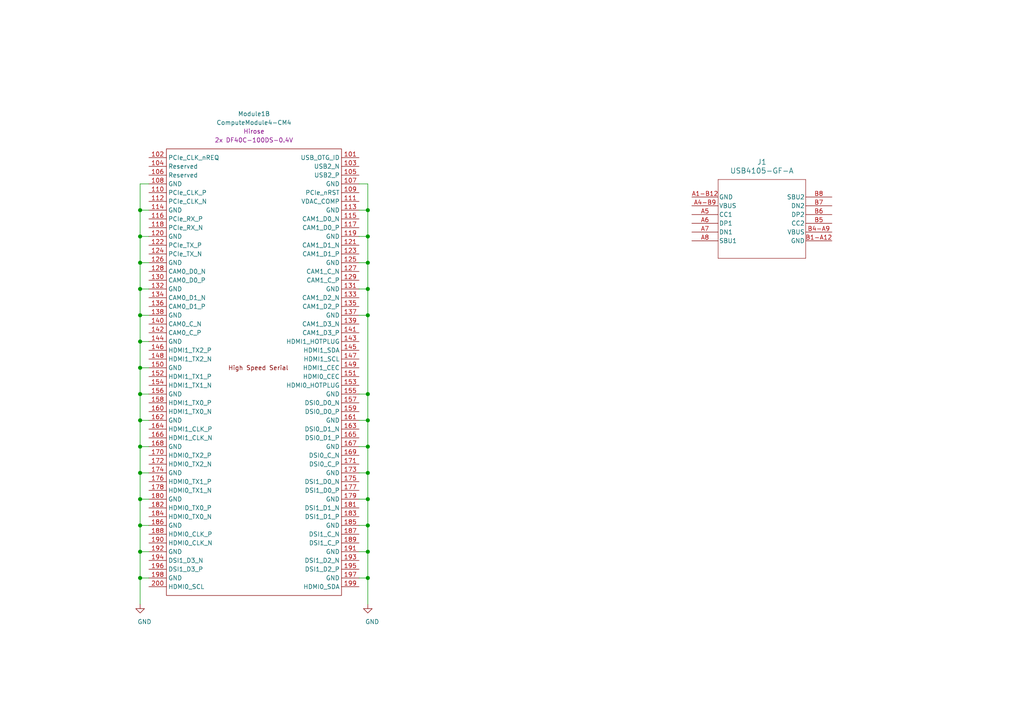
<source format=kicad_sch>
(kicad_sch (version 20231120) (generator "eeschema") (generator_version "8.0")
  (paper "A4")
  (title_block (title "Raspberry Pi Compute Module 4 Carrier Template") (date "2020-10-31") (rev "v01") (comment 2 "creativecommons.org/licenses/by-sa/4.0") (comment 3 "License: CC BY 4.0") (comment 4 "Author: Shawn Hymel"))
  (lib_symbols
    (symbol "CM4IO:ComputeModule4-CM4"
      (property "Reference" "Module" (at 113.03 -68.58 0))
      (property "Value" "ComputeModule4-CM4" (at 140.97 2.54 0))
      (property "Manufacturer" "Hirose" (at 0 0 0))
      (property "MPN" "2x DF40C-100DS-0.4V" (at 0 -2.54 0))
      (property "MPN (Alt)" "2x DF40HC(3.0)-100DS-0.4V" (at 0 0 0))
      (symbol "ComputeModule4-CM4_1_0"
        (text "GPIO" (at 0 6.35 0) (effects (font (size 1.27 1.27))))
      )
      (symbol "ComputeModule4-CM4_1_1"
        (rectangle (start -30.48 -71.12) (end 25.4 58.42))
        (text "600mA Max" (at -8.89 -53.34 0) (effects (font (size 1.27 1.27))))
        (text "600mA Max" (at -8.89 -48.26 0) (effects (font (size 1.27 1.27))))
        (text "NB SD signals are only available" (at -1.27 -27.94 0) (effects (font (size 1.27 1.27))))
        (text "on modules without eMMC" (at -1.27 -30.48 0) (effects (font (size 1.27 1.27))))
        (pin power_in line (at 27.94 55.88 180) (length 2.54) (name "GND") (number "1"))
        (pin passive line (at -33.02 45.72 0) (length 2.54) (name "Ethernet_Pair0_N") (number "10"))
        (pin output line (at -33.02 -68.58 0) (length 2.54) (name "nEXTRST") (number "100"))
        (pin passive line (at 27.94 43.18 180) (length 2.54) (name "Ethernet_Pair2_P") (number "11"))
        (pin passive line (at -33.02 43.18 0) (length 2.54) (name "Ethernet_Pair0_P") (number "12"))
        (pin power_in line (at 27.94 40.64 180) (length 2.54) (name "GND") (number "13"))
        (pin power_in line (at -33.02 40.64 0) (length 2.54) (name "GND") (number "14"))
        (pin output line (at 27.94 38.1 180) (length 2.54) (name "Ethernet_nLED3(3.3v)") (number "15"))
        (pin input line (at -33.02 38.1 0) (length 2.54) (name "Ethernet_SYNC_IN(1.8v)") (number "16"))
        (pin output line (at 27.94 35.56 180) (length 2.54) (name "Ethernet_nLED2(3.3v)") (number "17"))
        (pin input line (at -33.02 35.56 0) (length 2.54) (name "Ethernet_SYNC_OUT(1.8v)") (number "18"))
        (pin output line (at 27.94 33.02 180) (length 2.54) (name "Ethernet_nLED1(3.3v)") (number "19"))
        (pin power_in line (at -33.02 55.88 0) (length 2.54) (name "GND") (number "2"))
        (pin passive line (at -33.02 33.02 0) (length 2.54) (name "EEPROM_nWP") (number "20"))
        (pin open_collector line (at 27.94 30.48 180) (length 2.54) (name "PI_nLED_Activity") (number "21"))
        (pin power_in line (at -33.02 30.48 0) (length 2.54) (name "GND") (number "22"))
        (pin power_in line (at 27.94 27.94 180) (length 2.54) (name "GND") (number "23"))
        (pin passive line (at -33.02 27.94 0) (length 2.54) (name "GPIO26") (number "24"))
        (pin passive line (at 27.94 25.4 180) (length 2.54) (name "GPIO21") (number "25"))
        (pin passive line (at -33.02 25.4 0) (length 2.54) (name "GPIO19") (number "26"))
        (pin passive line (at 27.94 22.86 180) (length 2.54) (name "GPIO20") (number "27"))
        (pin passive line (at -33.02 22.86 0) (length 2.54) (name "GPIO13") (number "28"))
        (pin passive line (at 27.94 20.32 180) (length 2.54) (name "GPIO16") (number "29"))
        (pin passive line (at 27.94 53.34 180) (length 2.54) (name "Ethernet_Pair3_P") (number "3"))
        (pin passive line (at -33.02 20.32 0) (length 2.54) (name "GPIO6") (number "30"))
        (pin passive line (at 27.94 17.78 180) (length 2.54) (name "GPIO12") (number "31"))
        (pin power_in line (at -33.02 17.78 0) (length 2.54) (name "GND") (number "32"))
        (pin power_in line (at 27.94 15.24 180) (length 2.54) (name "GND") (number "33"))
        (pin passive line (at -33.02 15.24 0) (length 2.54) (name "GPIO5") (number "34"))
        (pin passive line (at 27.94 12.7 180) (length 2.54) (name "ID_SC") (number "35"))
        (pin passive line (at -33.02 12.7 0) (length 2.54) (name "ID_SD") (number "36"))
        (pin passive line (at 27.94 10.16 180) (length 2.54) (name "GPIO7") (number "37"))
        (pin passive line (at -33.02 10.16 0) (length 2.54) (name "GPIO11") (number "38"))
        (pin passive line (at 27.94 7.62 180) (length 2.54) (name "GPIO8") (number "39"))
        (pin passive line (at -33.02 53.34 0) (length 2.54) (name "Ethernet_Pair1_P") (number "4"))
        (pin passive line (at -33.02 7.62 0) (length 2.54) (name "GPIO9") (number "40"))
        (pin passive line (at 27.94 5.08 180) (length 2.54) (name "GPIO25") (number "41"))
        (pin power_in line (at -33.02 5.08 0) (length 2.54) (name "GND") (number "42"))
        (pin power_in line (at 27.94 2.54 180) (length 2.54) (name "GND") (number "43"))
        (pin passive line (at -33.02 2.54 0) (length 2.54) (name "GPIO10") (number "44"))
        (pin passive line (at 27.94 0 180) (length 2.54) (name "GPIO24") (number "45"))
        (pin passive line (at -33.02 0 0) (length 2.54) (name "GPIO22") (number "46"))
        (pin passive line (at 27.94 -2.54 180) (length 2.54) (name "GPIO23") (number "47"))
        (pin passive line (at -33.02 -2.54 0) (length 2.54) (name "GPIO27") (number "48"))
        (pin passive line (at 27.94 -5.08 180) (length 2.54) (name "GPIO18") (number "49"))
        (pin passive line (at 27.94 50.8 180) (length 2.54) (name "Ethernet_Pair3_N") (number "5"))
        (pin passive line (at -33.02 -5.08 0) (length 2.54) (name "GPIO17") (number "50"))
        (pin passive line (at 27.94 -7.62 180) (length 2.54) (name "GPIO15") (number "51"))
        (pin power_in line (at -33.02 -7.62 0) (length 2.54) (name "GND") (number "52"))
        (pin power_in line (at 27.94 -10.16 180) (length 2.54) (name "GND") (number "53"))
        (pin passive line (at -33.02 -10.16 0) (length 2.54) (name "GPIO4") (number "54"))
        (pin passive line (at 27.94 -12.7 180) (length 2.54) (name "GPIO14") (number "55"))
        (pin passive line (at -33.02 -12.7 0) (length 2.54) (name "GPIO3") (number "56"))
        (pin passive line (at 27.94 -15.24 180) (length 2.54) (name "SD_CLK") (number "57"))
        (pin passive line (at -33.02 -15.24 0) (length 2.54) (name "GPIO2") (number "58"))
        (pin power_in line (at 27.94 -17.78 180) (length 2.54) (name "GND") (number "59"))
        (pin passive line (at -33.02 50.8 0) (length 2.54) (name "Ethernet_Pair1_N") (number "6"))
        (pin power_in line (at -33.02 -17.78 0) (length 2.54) (name "GND") (number "60"))
        (pin passive line (at 27.94 -20.32 180) (length 2.54) (name "SD_DAT3") (number "61"))
        (pin passive line (at -33.02 -20.32 0) (length 2.54) (name "SD_CMD") (number "62"))
        (pin passive line (at 27.94 -22.86 180) (length 2.54) (name "SD_DAT0") (number "63"))
        (pin passive line (at -33.02 -22.86 0) (length 2.54) (name "SD_DAT5") (number "64"))
        (pin power_in line (at 27.94 -25.4 180) (length 2.54) (name "GND") (number "65"))
        (pin power_in line (at -33.02 -25.4 0) (length 2.54) (name "GND") (number "66"))
        (pin passive line (at 27.94 -27.94 180) (length 2.54) (name "SD_DAT1") (number "67"))
        (pin passive line (at -33.02 -27.94 0) (length 2.54) (name "SD_DAT4") (number "68"))
        (pin passive line (at 27.94 -30.48 180) (length 2.54) (name "SD_DAT2") (number "69"))
        (pin power_in line (at 27.94 48.26 180) (length 2.54) (name "GND") (number "7"))
        (pin passive line (at -33.02 -30.48 0) (length 2.54) (name "SD_DAT7") (number "70"))
        (pin power_in line (at 27.94 -33.02 180) (length 2.54) (name "GND") (number "71"))
        (pin passive line (at -33.02 -33.02 0) (length 2.54) (name "SD_DAT6") (number "72"))
        (pin input line (at 27.94 -35.56 180) (length 2.54) (name "SD_VDD_Override") (number "73"))
        (pin power_in line (at -33.02 -35.56 0) (length 2.54) (name "GND") (number "74"))
        (pin output line (at 27.94 -38.1 180) (length 2.54) (name "SD_PWR_ON") (number "75"))
        (pin passive line (at -33.02 -38.1 0) (length 2.54) (name "Reserved") (number "76"))
        (pin power_in line (at 27.94 -40.64 180) (length 2.54) (name "+5v_(Input)") (number "77"))
        (pin power_in line (at -33.02 -40.64 0) (length 2.54) (name "GPIO_VREF(1.8v/3.3v_Input)") (number "78"))
        (pin power_in line (at 27.94 -43.18 180) (length 2.54) (name "+5v_(Input)") (number "79"))
        (pin power_in line (at -33.02 48.26 0) (length 2.54) (name "GND") (number "8"))
        (pin passive line (at -33.02 -43.18 0) (length 2.54) (name "SCL0") (number "80"))
        (pin power_in line (at 27.94 -45.72 180) (length 2.54) (name "+5v_(Input)") (number "81"))
        (pin passive line (at -33.02 -45.72 0) (length 2.54) (name "SDA0") (number "82"))
        (pin power_in line (at 27.94 -48.26 180) (length 2.54) (name "+5v_(Input)") (number "83"))
        (pin power_out line (at -33.02 -48.26 0) (length 2.54) (name "+3.3v_(Output)") (number "84"))
        (pin power_in line (at 27.94 -50.8 180) (length 2.54) (name "+5v_(Input)") (number "85"))
        (pin power_out line (at -33.02 -50.8 0) (length 2.54) (name "+3.3v_(Output)") (number "86"))
        (pin power_in line (at 27.94 -53.34 180) (length 2.54) (name "+5v_(Input)") (number "87"))
        (pin power_out line (at -33.02 -53.34 0) (length 2.54) (name "+1.8v_(Output)") (number "88"))
        (pin power_in line (at 27.94 -55.88 180) (length 2.54) (name "WiFi_nDisable") (number "89"))
        (pin passive line (at 27.94 45.72 180) (length 2.54) (name "Ethernet_Pair2_N") (number "9"))
        (pin power_out line (at -33.02 -55.88 0) (length 2.54) (name "+1.8v_(Output)") (number "90"))
        (pin power_in line (at 27.94 -58.42 180) (length 2.54) (name "BT_nDisable") (number "91"))
        (pin passive line (at -33.02 -58.42 0) (length 2.54) (name "RUN_PG") (number "92"))
        (pin input line (at 27.94 -60.96 180) (length 2.54) (name "nRPIBOOT") (number "93"))
        (pin passive line (at -33.02 -60.96 0) (length 2.54) (name "AnalogIP0") (number "94"))
        (pin output line (at 27.94 -63.5 180) (length 2.54) (name "nPI_LED_PWR") (number "95"))
        (pin passive line (at -33.02 -63.5 0) (length 2.54) (name "AnalogIP1") (number "96"))
        (pin passive line (at 27.94 -66.04 180) (length 2.54) (name "Camera_GPIO") (number "97"))
        (pin power_in line (at -33.02 -66.04 0) (length 2.54) (name "GND") (number "98"))
        (pin input line (at 27.94 -68.58 180) (length 2.54) (name "Global_EN") (number "99"))
      )
      (symbol "ComputeModule4-CM4_2_1"
        (rectangle (start 114.3 -66.04) (end 165.1 63.5))
        (text "High Speed Serial" (at 140.97 0 0) (effects (font (size 1.27 1.27))))
        (pin input line (at 170.18 60.96 180) (length 5.08) (name "USB_OTG_ID") (number "101"))
        (pin input line (at 109.22 60.96 0) (length 5.08) (name "PCIe_CLK_nREQ") (number "102"))
        (pin passive line (at 170.18 58.42 180) (length 5.08) (name "USB2_N") (number "103"))
        (pin passive line (at 109.22 58.42 0) (length 5.08) (name "Reserved") (number "104"))
        (pin passive line (at 170.18 55.88 180) (length 5.08) (name "USB2_P") (number "105"))
        (pin passive line (at 109.22 55.88 0) (length 5.08) (name "Reserved") (number "106"))
        (pin power_in line (at 170.18 53.34 180) (length 5.08) (name "GND") (number "107"))
        (pin power_in line (at 109.22 53.34 0) (length 5.08) (name "GND") (number "108"))
        (pin bidirectional line (at 170.18 50.8 180) (length 5.08) (name "PCIe_nRST") (number "109"))
        (pin output line (at 109.22 50.8 0) (length 5.08) (name "PCIe_CLK_P") (number "110"))
        (pin passive line (at 170.18 48.26 180) (length 5.08) (name "VDAC_COMP") (number "111"))
        (pin output line (at 109.22 48.26 0) (length 5.08) (name "PCIe_CLK_N") (number "112"))
        (pin power_in line (at 170.18 45.72 180) (length 5.08) (name "GND") (number "113"))
        (pin power_in line (at 109.22 45.72 0) (length 5.08) (name "GND") (number "114"))
        (pin input line (at 170.18 43.18 180) (length 5.08) (name "CAM1_D0_N") (number "115"))
        (pin input line (at 109.22 43.18 0) (length 5.08) (name "PCIe_RX_P") (number "116"))
        (pin input line (at 170.18 40.64 180) (length 5.08) (name "CAM1_D0_P") (number "117"))
        (pin input line (at 109.22 40.64 0) (length 5.08) (name "PCIe_RX_N") (number "118"))
        (pin power_in line (at 170.18 38.1 180) (length 5.08) (name "GND") (number "119"))
        (pin power_in line (at 109.22 38.1 0) (length 5.08) (name "GND") (number "120"))
        (pin input line (at 170.18 35.56 180) (length 5.08) (name "CAM1_D1_N") (number "121"))
        (pin output line (at 109.22 35.56 0) (length 5.08) (name "PCIe_TX_P") (number "122"))
        (pin input line (at 170.18 33.02 180) (length 5.08) (name "CAM1_D1_P") (number "123"))
        (pin output line (at 109.22 33.02 0) (length 5.08) (name "PCIe_TX_N") (number "124"))
        (pin power_in line (at 170.18 30.48 180) (length 5.08) (name "GND") (number "125"))
        (pin power_in line (at 109.22 30.48 0) (length 5.08) (name "GND") (number "126"))
        (pin input line (at 170.18 27.94 180) (length 5.08) (name "CAM1_C_N") (number "127"))
        (pin input line (at 109.22 27.94 0) (length 5.08) (name "CAM0_D0_N") (number "128"))
        (pin input line (at 170.18 25.4 180) (length 5.08) (name "CAM1_C_P") (number "129"))
        (pin input line (at 109.22 25.4 0) (length 5.08) (name "CAM0_D0_P") (number "130"))
        (pin power_in line (at 170.18 22.86 180) (length 5.08) (name "GND") (number "131"))
        (pin power_in line (at 109.22 22.86 0) (length 5.08) (name "GND") (number "132"))
        (pin input line (at 170.18 20.32 180) (length 5.08) (name "CAM1_D2_N") (number "133"))
        (pin input line (at 109.22 20.32 0) (length 5.08) (name "CAM0_D1_N") (number "134"))
        (pin input line (at 170.18 17.78 180) (length 5.08) (name "CAM1_D2_P") (number "135"))
        (pin input line (at 109.22 17.78 0) (length 5.08) (name "CAM0_D1_P") (number "136"))
        (pin power_in line (at 170.18 15.24 180) (length 5.08) (name "GND") (number "137"))
        (pin power_in line (at 109.22 15.24 0) (length 5.08) (name "GND") (number "138"))
        (pin input line (at 170.18 12.7 180) (length 5.08) (name "CAM1_D3_N") (number "139"))
        (pin input line (at 109.22 12.7 0) (length 5.08) (name "CAM0_C_N") (number "140"))
        (pin input line (at 170.18 10.16 180) (length 5.08) (name "CAM1_D3_P") (number "141"))
        (pin input line (at 109.22 10.16 0) (length 5.08) (name "CAM0_C_P") (number "142"))
        (pin input line (at 170.18 7.62 180) (length 5.08) (name "HDMI1_HOTPLUG") (number "143"))
        (pin power_in line (at 109.22 7.62 0) (length 5.08) (name "GND") (number "144"))
        (pin bidirectional line (at 170.18 5.08 180) (length 5.08) (name "HDMI1_SDA") (number "145"))
        (pin output line (at 109.22 5.08 0) (length 5.08) (name "HDMI1_TX2_P") (number "146"))
        (pin open_collector line (at 170.18 2.54 180) (length 5.08) (name "HDMI1_SCL") (number "147"))
        (pin output line (at 109.22 2.54 0) (length 5.08) (name "HDMI1_TX2_N") (number "148"))
        (pin open_collector line (at 170.18 0 180) (length 5.08) (name "HDMI1_CEC") (number "149"))
        (pin power_in line (at 109.22 0 0) (length 5.08) (name "GND") (number "150"))
        (pin open_collector line (at 170.18 -2.54 180) (length 5.08) (name "HDMI0_CEC") (number "151"))
        (pin output line (at 109.22 -2.54 0) (length 5.08) (name "HDMI1_TX1_P") (number "152"))
        (pin input line (at 170.18 -5.08 180) (length 5.08) (name "HDMI0_HOTPLUG") (number "153"))
        (pin output line (at 109.22 -5.08 0) (length 5.08) (name "HDMI1_TX1_N") (number "154"))
        (pin power_in line (at 170.18 -7.62 180) (length 5.08) (name "GND") (number "155"))
        (pin power_in line (at 109.22 -7.62 0) (length 5.08) (name "GND") (number "156"))
        (pin output line (at 170.18 -10.16 180) (length 5.08) (name "DSI0_D0_N") (number "157"))
        (pin output line (at 109.22 -10.16 0) (length 5.08) (name "HDMI1_TX0_P") (number "158"))
        (pin output line (at 170.18 -12.7 180) (length 5.08) (name "DSI0_D0_P") (number "159"))
        (pin output line (at 109.22 -12.7 0) (length 5.08) (name "HDMI1_TX0_N") (number "160"))
        (pin power_in line (at 170.18 -15.24 180) (length 5.08) (name "GND") (number "161"))
        (pin power_in line (at 109.22 -15.24 0) (length 5.08) (name "GND") (number "162"))
        (pin output line (at 170.18 -17.78 180) (length 5.08) (name "DSI0_D1_N") (number "163"))
        (pin output line (at 109.22 -17.78 0) (length 5.08) (name "HDMI1_CLK_P") (number "164"))
        (pin output line (at 170.18 -20.32 180) (length 5.08) (name "DSI0_D1_P") (number "165"))
        (pin output line (at 109.22 -20.32 0) (length 5.08) (name "HDMI1_CLK_N") (number "166"))
        (pin power_in line (at 170.18 -22.86 180) (length 5.08) (name "GND") (number "167"))
        (pin power_in line (at 109.22 -22.86 0) (length 5.08) (name "GND") (number "168"))
        (pin output line (at 170.18 -25.4 180) (length 5.08) (name "DSI0_C_N") (number "169"))
        (pin output line (at 109.22 -25.4 0) (length 5.08) (name "HDMI0_TX2_P") (number "170"))
        (pin output line (at 170.18 -27.94 180) (length 5.08) (name "DSI0_C_P") (number "171"))
        (pin output line (at 109.22 -27.94 0) (length 5.08) (name "HDMI0_TX2_N") (number "172"))
        (pin power_in line (at 170.18 -30.48 180) (length 5.08) (name "GND") (number "173"))
        (pin power_in line (at 109.22 -30.48 0) (length 5.08) (name "GND") (number "174"))
        (pin output line (at 170.18 -33.02 180) (length 5.08) (name "DSI1_D0_N") (number "175"))
        (pin output line (at 109.22 -33.02 0) (length 5.08) (name "HDMI0_TX1_P") (number "176"))
        (pin output line (at 170.18 -35.56 180) (length 5.08) (name "DSI1_D0_P") (number "177"))
        (pin output line (at 109.22 -35.56 0) (length 5.08) (name "HDMI0_TX1_N") (number "178"))
        (pin power_in line (at 170.18 -38.1 180) (length 5.08) (name "GND") (number "179"))
        (pin power_in line (at 109.22 -38.1 0) (length 5.08) (name "GND") (number "180"))
        (pin output line (at 170.18 -40.64 180) (length 5.08) (name "DSI1_D1_N") (number "181"))
        (pin output line (at 109.22 -40.64 0) (length 5.08) (name "HDMI0_TX0_P") (number "182"))
        (pin output line (at 170.18 -43.18 180) (length 5.08) (name "DSI1_D1_P") (number "183"))
        (pin output line (at 109.22 -43.18 0) (length 5.08) (name "HDMI0_TX0_N") (number "184"))
        (pin power_in line (at 170.18 -45.72 180) (length 5.08) (name "GND") (number "185"))
        (pin power_in line (at 109.22 -45.72 0) (length 5.08) (name "GND") (number "186"))
        (pin output line (at 170.18 -48.26 180) (length 5.08) (name "DSI1_C_N") (number "187"))
        (pin output line (at 109.22 -48.26 0) (length 5.08) (name "HDMI0_CLK_P") (number "188"))
        (pin output line (at 170.18 -50.8 180) (length 5.08) (name "DSI1_C_P") (number "189"))
        (pin output line (at 109.22 -50.8 0) (length 5.08) (name "HDMI0_CLK_N") (number "190"))
        (pin power_in line (at 170.18 -53.34 180) (length 5.08) (name "GND") (number "191"))
        (pin power_in line (at 109.22 -53.34 0) (length 5.08) (name "GND") (number "192"))
        (pin output line (at 170.18 -55.88 180) (length 5.08) (name "DSI1_D2_N") (number "193"))
        (pin output line (at 109.22 -55.88 0) (length 5.08) (name "DSI1_D3_N") (number "194"))
        (pin output line (at 170.18 -58.42 180) (length 5.08) (name "DSI1_D2_P") (number "195"))
        (pin output line (at 109.22 -58.42 0) (length 5.08) (name "DSI1_D3_P") (number "196"))
        (pin power_in line (at 170.18 -60.96 180) (length 5.08) (name "GND") (number "197"))
        (pin power_in line (at 109.22 -60.96 0) (length 5.08) (name "GND") (number "198"))
        (pin bidirectional line (at 170.18 -63.5 180) (length 5.08) (name "HDMI0_SDA") (number "199"))
        (pin open_collector line (at 109.22 -63.5 0) (length 5.08) (name "HDMI0_SCL") (number "200"))
      )
    )
    (symbol "USB4105-GF-A:USB4105-GF-A" (pin_names (offset 0.254))
      (property "Reference" "J" (at 20.32 10.16 0))
      (property "Value" "USB4105-GF-A" (at 20.32 7.62 0))
      (symbol "USB4105-GF-A_0_1"
        (polyline (pts (xy 7.62 -17.78) (xy 33.02 -17.78)) (stroke (width 0.127)))
        (polyline (pts (xy 7.62 5.08) (xy 7.62 -17.78)) (stroke (width 0.127)))
        (polyline (pts (xy 33.02 -17.78) (xy 33.02 5.08)) (stroke (width 0.127)))
        (polyline (pts (xy 33.02 5.08) (xy 7.62 5.08)) (stroke (width 0.127)))
        (pin power_out line (at 0 0 0) (length 7.62) (name "GND") (number "A1-B12"))
        (pin power_in line (at 0 -2.54 0) (length 7.62) (name "VBUS") (number "A4-B9"))
        (pin bidirectional line (at 0 -5.08 0) (length 7.62) (name "CC1") (number "A5"))
        (pin bidirectional line (at 0 -7.62 0) (length 7.62) (name "DP1") (number "A6"))
        (pin bidirectional line (at 0 -10.16 0) (length 7.62) (name "DN1") (number "A7"))
        (pin bidirectional line (at 0 -12.7 0) (length 7.62) (name "SBU1") (number "A8"))
        (pin power_out line (at 40.64 -12.7 180) (length 7.62) (name "GND") (number "B1-A12"))
        (pin power_in line (at 40.64 -10.16 180) (length 7.62) (name "VBUS") (number "B4-A9"))
        (pin bidirectional line (at 40.64 -7.62 180) (length 7.62) (name "CC2") (number "B5"))
        (pin bidirectional line (at 40.64 -5.08 180) (length 7.62) (name "DP2") (number "B6"))
        (pin bidirectional line (at 40.64 -2.54 180) (length 7.62) (name "DN2") (number "B7"))
        (pin bidirectional line (at 40.64 0 180) (length 7.62) (name "SBU2") (number "B8"))
      )
    )
    (symbol "power:GND" (power) (pin_names (offset 0))
      (property "Value" "GND" (at 0 -3.81 0))
      (symbol "GND_0_1"
        (polyline (pts (xy 0 0) (xy 0 -1.27) (xy 1.27 -1.27) (xy 0 -2.54) (xy -1.27 -1.27) (xy 0 -1.27)))
      )
      (symbol "GND_1_1"
        (pin power_in line (at 0 0 270) (length 0) hide (name "GND") (number "1"))
      )
    )
  )
  (junction (at 106.68 121.92) (diameter 1.016))
  (junction (at 106.68 137.16) (diameter 1.016))
  (junction (at 40.64 114.3) (diameter 1.016))
  (junction (at 40.64 121.92) (diameter 1.016))
  (junction (at 106.68 60.96) (diameter 1.016))
  (junction (at 40.64 60.96) (diameter 1.016))
  (junction (at 106.68 68.58) (diameter 1.016))
  (junction (at 106.68 167.64) (diameter 1.016))
  (junction (at 106.68 144.78) (diameter 1.016))
  (junction (at 106.68 83.82) (diameter 1.016))
  (junction (at 40.64 144.78) (diameter 1.016))
  (junction (at 40.64 137.16) (diameter 1.016))
  (junction (at 40.64 99.06) (diameter 1.016))
  (junction (at 106.68 129.54) (diameter 1.016))
  (junction (at 40.64 83.82) (diameter 1.016))
  (junction (at 40.64 68.58) (diameter 1.016))
  (junction (at 40.64 160.02) (diameter 1.016))
  (junction (at 40.64 129.54) (diameter 1.016))
  (junction (at 106.68 114.3) (diameter 1.016))
  (junction (at 106.68 76.2) (diameter 1.016))
  (junction (at 106.68 160.02) (diameter 1.016))
  (junction (at 40.64 91.44) (diameter 1.016))
  (junction (at 40.64 152.4) (diameter 1.016))
  (junction (at 40.64 106.68) (diameter 1.016))
  (junction (at 106.68 152.4) (diameter 1.016))
  (junction (at 40.64 167.64) (diameter 1.016))
  (junction (at 106.68 91.44) (diameter 1.016))
  (junction (at 40.64 76.2) (diameter 1.016))
  (wire (pts (xy 40.64 76.2) (xy 40.64 83.82)))
  (wire (pts (xy 40.64 83.82) (xy 43.18 83.82)))
  (wire (pts (xy 104.14 53.34) (xy 106.68 53.34)))
  (wire (pts (xy 106.68 121.92) (xy 106.68 129.54)))
  (wire (pts (xy 104.14 121.92) (xy 106.68 121.92)))
  (wire (pts (xy 40.64 137.16) (xy 43.18 137.16)))
  (wire (pts (xy 40.64 129.54) (xy 43.18 129.54)))
  (wire (pts (xy 106.68 76.2) (xy 106.68 83.82)))
  (wire (pts (xy 40.64 167.64) (xy 40.64 175.26)))
  (wire (pts (xy 106.68 160.02) (xy 106.68 167.64)))
  (wire (pts (xy 40.64 106.68) (xy 40.64 114.3)))
  (wire (pts (xy 40.64 68.58) (xy 40.64 76.2)))
  (wire (pts (xy 40.64 91.44) (xy 40.64 99.06)))
  (wire (pts (xy 106.68 129.54) (xy 106.68 137.16)))
  (wire (pts (xy 40.64 160.02) (xy 43.18 160.02)))
  (wire (pts (xy 40.64 106.68) (xy 43.18 106.68)))
  (wire (pts (xy 40.64 114.3) (xy 40.64 121.92)))
  (wire (pts (xy 40.64 60.96) (xy 40.64 68.58)))
  (wire (pts (xy 106.68 144.78) (xy 106.68 152.4)))
  (wire (pts (xy 104.14 114.3) (xy 106.68 114.3)))
  (wire (pts (xy 104.14 167.64) (xy 106.68 167.64)))
  (wire (pts (xy 40.64 160.02) (xy 40.64 167.64)))
  (wire (pts (xy 104.14 83.82) (xy 106.68 83.82)))
  (wire (pts (xy 40.64 144.78) (xy 43.18 144.78)))
  (wire (pts (xy 40.64 99.06) (xy 43.18 99.06)))
  (wire (pts (xy 106.68 114.3) (xy 106.68 121.92)))
  (wire (pts (xy 104.14 160.02) (xy 106.68 160.02)))
  (wire (pts (xy 40.64 129.54) (xy 40.64 137.16)))
  (wire (pts (xy 40.64 114.3) (xy 43.18 114.3)))
  (wire (pts (xy 40.64 152.4) (xy 40.64 160.02)))
  (wire (pts (xy 40.64 53.34) (xy 43.18 53.34)))
  (wire (pts (xy 106.68 137.16) (xy 106.68 144.78)))
  (wire (pts (xy 104.14 91.44) (xy 106.68 91.44)))
  (wire (pts (xy 104.14 144.78) (xy 106.68 144.78)))
  (wire (pts (xy 40.64 152.4) (xy 43.18 152.4)))
  (wire (pts (xy 104.14 152.4) (xy 106.68 152.4)))
  (wire (pts (xy 106.68 53.34) (xy 106.68 60.96)))
  (wire (pts (xy 40.64 83.82) (xy 40.64 91.44)))
  (wire (pts (xy 40.64 121.92) (xy 40.64 129.54)))
  (wire (pts (xy 104.14 137.16) (xy 106.68 137.16)))
  (wire (pts (xy 40.64 60.96) (xy 43.18 60.96)))
  (wire (pts (xy 40.64 91.44) (xy 43.18 91.44)))
  (wire (pts (xy 40.64 144.78) (xy 40.64 152.4)))
  (wire (pts (xy 106.68 68.58) (xy 106.68 76.2)))
  (wire (pts (xy 40.64 68.58) (xy 43.18 68.58)))
  (wire (pts (xy 40.64 167.64) (xy 43.18 167.64)))
  (wire (pts (xy 104.14 76.2) (xy 106.68 76.2)))
  (wire (pts (xy 106.68 60.96) (xy 106.68 68.58)))
  (wire (pts (xy 104.14 60.96) (xy 106.68 60.96)))
  (wire (pts (xy 104.14 68.58) (xy 106.68 68.58)))
  (wire (pts (xy 40.64 53.34) (xy 40.64 60.96)))
  (wire (pts (xy 106.68 91.44) (xy 106.68 114.3)))
  (wire (pts (xy 40.64 137.16) (xy 40.64 144.78)))
  (wire (pts (xy 40.64 121.92) (xy 43.18 121.92)))
  (wire (pts (xy 106.68 83.82) (xy 106.68 91.44)))
  (wire (pts (xy 106.68 152.4) (xy 106.68 160.02)))
  (wire (pts (xy 40.64 76.2) (xy 43.18 76.2)))
  (wire (pts (xy 104.14 129.54) (xy 106.68 129.54)))
  (wire (pts (xy 106.68 167.64) (xy 106.68 175.26)))
  (wire (pts (xy 40.64 99.06) (xy 40.64 106.68)))
  (symbol (lib_id "USB4105-GF-A:USB4105-GF-A") (at 200.66 57.15 0) (unit 1)
    (property "Reference" "J1" (at 220.98 46.99 0) (effects (font (size 1.524 1.524))))
    (property "Value" "USB4105-GF-A" (at 220.98 49.53 0) (effects (font (size 1.524 1.524))))
    (property "Footprint" "USB4105_GCT" (effects (hide yes)))
    (property "Datasheet" "USB4105-GF-A" (effects (hide yes)))
  )
  (symbol (lib_id "power:GND") (at 40.64 175.26 0) (unit 1)
    (property "Reference" "#PWR?" (effects (hide yes)))
    (property "Value" "GND" (at 41.91 180.34 0))
  )
  (symbol (lib_id "power:GND") (at 106.68 175.26 0) (unit 1)
    (property "Reference" "#PWR?" (effects (hide yes)))
    (property "Value" "GND" (at 107.95 180.34 0))
  )
  (symbol (lib_id "CM4IO:ComputeModule4-CM4") (at -66.04 106.68 0) (unit 2)
    (property "Reference" "Module1" (at 73.66 33.02 0))
    (property "Value" "ComputeModule4-CM4" (at 73.66 35.56 0))
    (property "Footprint" "CM4IO:Raspberry-Pi-4-Compute-Module" (effects (hide yes)))
    (property "Field4" "Hirose" (at 73.66 38.1 0))
    (property "Field5" "2x DF40C-100DS-0.4V" (at 73.66 40.64 0))
    (property "Digi-Key_PN" "2x H11615CT-ND" (effects (hide yes)))
    (property "Digi-Key_PN (Alt)" "2x H124602CT-ND" (effects (hide yes)))
    (property "Manufacturer" "Hirose" (at -66.04 106.68 0))
    (property "MPN" "2x DF40C-100DS-0.4V" (at -66.04 109.22 0))
    (property "MPN (Alt)" "2x DF40HC(3.0)-100DS-0.4V" (at -66.04 106.68 0))
  )
)
</source>
